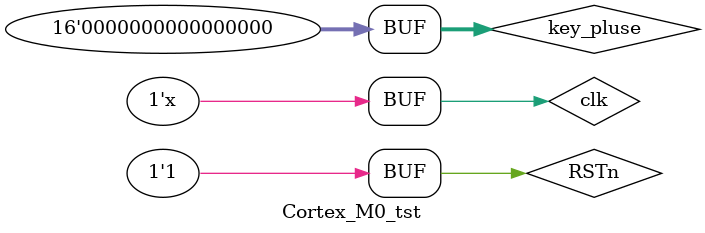
<source format=v>
`timescale 1ps/1ps

module Cortex_M0_tst ();

reg clk;
reg RSTn;
reg [15:0] key_pluse;

CortexM0_SoC CortexM0_SoC(
     .clk(clk)
    ,.RSTn(RSTn)
    ,.key_pluse(key_pluse)
);

initial begin
    clk = 1'b0;
    RSTn = 1'b0;
    key_pluse = 16'h0000;
    #100
    RSTn = 1'b1;
    #100
    key_pluse = 16'h8000;
    #2
    key_pluse = 16'h0000;
    #700000
    key_pluse = 16'h4000;
    #2
    key_pluse = 16'h0000;
    #100000
    key_pluse = 16'h0002;    
    #2
    key_pluse = 16'h0000;
end


always #1 clk = ~clk;

endmodule
</source>
